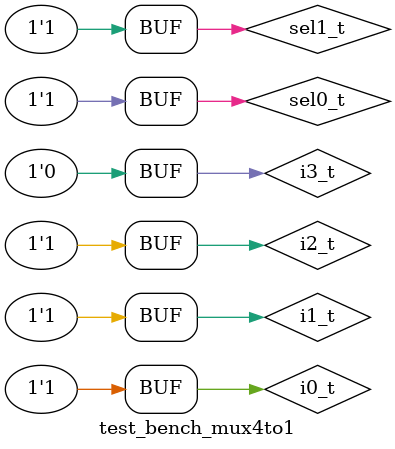
<source format=v>
module mux4to1(sel1, sel0, i0, i1, i2, i3, f);
  input i0, i1, i2, i3, sel1, sel0;
  output f;
  wire w1, w2, w3, w4, nsel1, nsel0;
  
  not(nsel1, sel1);
  not(nsel0, sel0);
  and(w1, nsel1, nsel0, i0);
  and(w2, nsel1, sel0, i1);
  and(w3, sel1, nsel0, i2);
  and(w4, sel1, sel0, i3);
  or(f, w1, w2, w3, w4);
endmodule

module test_bench_mux4to1;
  reg i0_t,  i1_t, i2_t, i3_t;
  reg sel1_t, sel0_t;
  wire f_t;

  mux4to1 m(.sel1(sel1_t), .sel0(sel0_t), .i0(i0_t), .i1(i1_t), .i2(i2_t), .i3(i3_t), .f(f_t));
  initial begin
    $monitor("sel1=%b, sel0=%b, i0=%b, i1=%b, i2=%b, i3=%b f=%b ", sel1_t, sel0_t, i0_t, i1_t, i2_t, i3_t, f_t);
    sel1_t=1'b0; sel0_t=1'b0; i0_t=1'b1; i1_t=1'b0; i2_t=1'b0; i3_t=1'b0;
    #10
    sel1_t=1'b0; sel0_t=1'b1; i0_t=1'b0; i1_t=1'b1; i2_t=1'b0; i3_t=1'b0;
    #10
    sel1_t=1'b1; sel0_t=1'b0; i0_t=1'b0; i1_t=1'b0; i2_t=1'b1; i3_t=1'b0;
    #10
    sel1_t=1'b1; sel0_t=1'b1; i0_t=1'b0; i1_t=1'b0; i2_t=1'b0; i3_t=1'b1;
    #10
    sel1_t=1'b0; sel0_t=1'b0; i0_t=1'b0; i1_t=1'b1; i2_t=1'b1; i3_t=1'b1;
    #10
    sel1_t=1'b0; sel0_t=1'b1; i0_t=1'b1; i1_t=1'b0; i2_t=1'b1; i3_t=1'b1;
    #10
    sel1_t=1'b1; sel0_t=1'b0; i0_t=1'b1; i1_t=1'b1; i2_t=1'b0; i3_t=1'b1;
    #10
    sel1_t=1'b1; sel0_t=1'b1; i0_t=1'b1; i1_t=1'b1; i2_t=1'b1; i3_t=1'b0;   
  end
endmodule

</source>
